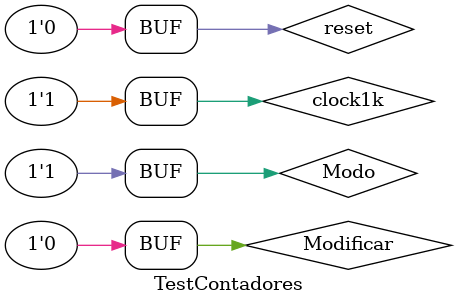
<source format=v>
`timescale 1ns / 1ps


module TestContadores;

	// Inputs
	reg clock1k;
	reg Modo;
	reg Modificar;
	reg reset;

	// Outputs
	wire [1:0] counTT;
	wire GanadorTT;

	// Instantiate the Unit Under Test (UUT)
	cuenta uut (
		.clock1k(clock1k), 
		.Modo(Modo), 
		.Modificar(Modificar), 
		.reset(reset), 
		.counTT(counTT), 
		.GanadorTT(GanadorTT)
	);

	initial begin
		// Initialize Inputs
		Modo = 1;
		Modificar = 0;
		reset = 0;
		#1000000;
		Modificar = 1;
		#1000000;
		Modificar = 0;
		#1000000;
		Modificar = 1;
		#1000000;
		Modificar = 0;
		#1000000;
		Modificar = 1;
		#1000000;
		Modificar = 0;
		#5000000;
		Modificar = 1;
		#1000000;
		Modificar = 0;
		#1000000;
		Modificar = 1;
		#1000000;
		Modificar = 0;
		#1000000;
		Modificar = 1;
		#1000000;
		Modificar = 0;Modo = 0;
		#1000000;
		Modificar = 1;
		#10000000;
		Modificar = 0;
		#1000000;
		Modificar = 1;
		#1000000;
		reset=1;
		#100000;
		reset=0;
		Modificar = 0;
		Modo=1;
		#1000000;		
		Modificar = 1;
		#1000000;
		Modificar = 0;
		#1000000;
		Modificar = 1;
		#1000000;
		Modificar = 0;
		#1000000;
		Modificar = 1;
		#1000000;
		Modificar = 0;
		#100000;
		reset=1;
		#100000;
		reset=0;
		
	end
	
	always begin 
	clock1k = 0;#500000;
	clock1k = 1;#500000;
	end;
	
      
endmodule


</source>
